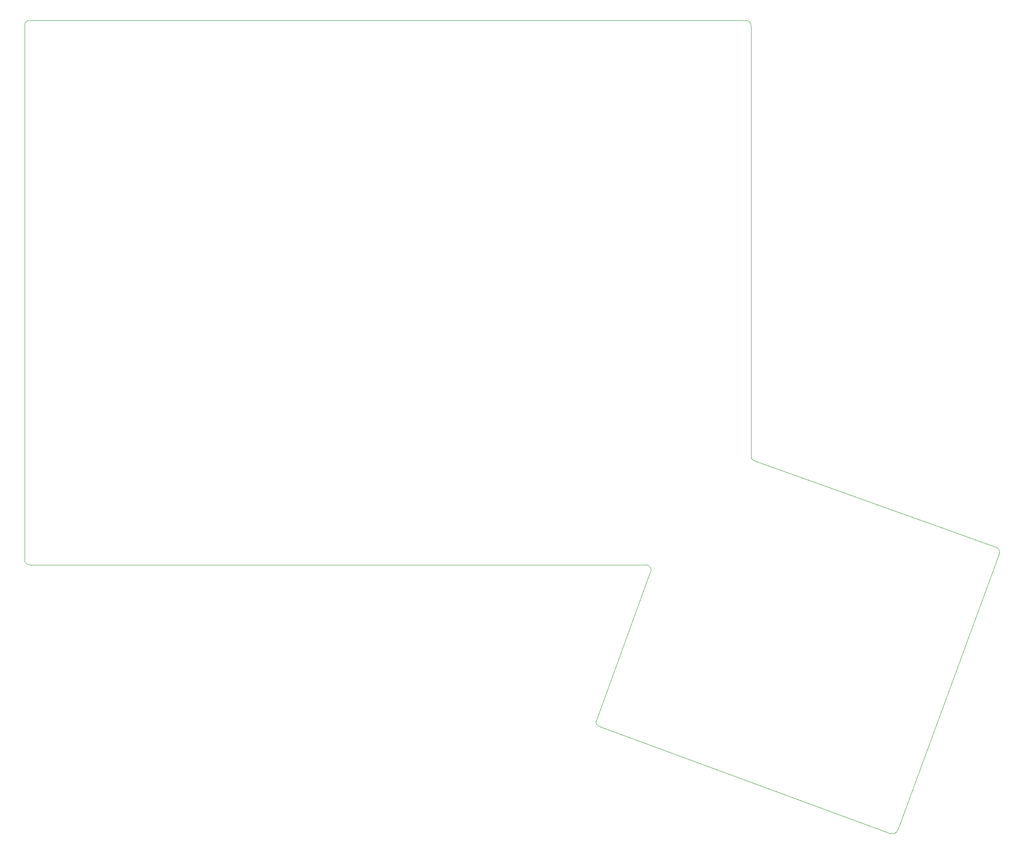
<source format=gm1>
G04 #@! TF.GenerationSoftware,KiCad,Pcbnew,7.0.5*
G04 #@! TF.CreationDate,2025-01-08T15:51:09-05:00*
G04 #@! TF.ProjectId,JasonSplitErgoKeyboard_Left,4a61736f-6e53-4706-9c69-744572676f4b,rev?*
G04 #@! TF.SameCoordinates,Original*
G04 #@! TF.FileFunction,Profile,NP*
%FSLAX46Y46*%
G04 Gerber Fmt 4.6, Leading zero omitted, Abs format (unit mm)*
G04 Created by KiCad (PCBNEW 7.0.5) date 2025-01-08 15:51:09*
%MOMM*%
%LPD*%
G01*
G04 APERTURE LIST*
G04 #@! TA.AperFunction,Profile*
%ADD10C,0.100000*%
G04 #@! TD*
G04 APERTURE END LIST*
D10*
X220700067Y-196200000D02*
G75*
G03*
X221364739Y-197199998I1084433J-100D01*
G01*
X252199993Y-54907107D02*
G75*
G03*
X251200000Y-53907107I-999993J7D01*
G01*
X231900000Y-165400000D02*
G75*
G03*
X230900000Y-164400000I-1000000J0D01*
G01*
X280520000Y-218899999D02*
G75*
G03*
X281976117Y-218111223I400000J999999D01*
G01*
X220700000Y-196200000D02*
X231900000Y-165400000D01*
X280520000Y-218900000D02*
X221364739Y-197199998D01*
X302599998Y-162000000D02*
G75*
G03*
X301800000Y-160800002I-999998J200000D01*
G01*
X105800000Y-53907100D02*
G75*
G03*
X104800000Y-54907107I0J-1000000D01*
G01*
X252200000Y-54907107D02*
X252200001Y-142626238D01*
X104800000Y-163400000D02*
G75*
G03*
X105800000Y-164400000I1000000J0D01*
G01*
X230900000Y-164400000D02*
X105800000Y-164400000D01*
X104800000Y-54907107D02*
X104800000Y-163400000D01*
X281976117Y-218111223D02*
X302599999Y-162000000D01*
X252835779Y-143200000D02*
X301800000Y-160800001D01*
X105800000Y-53907107D02*
X251200000Y-53907107D01*
X252200002Y-142626238D02*
G75*
G03*
X252835779Y-143200000I799998J247338D01*
G01*
M02*

</source>
